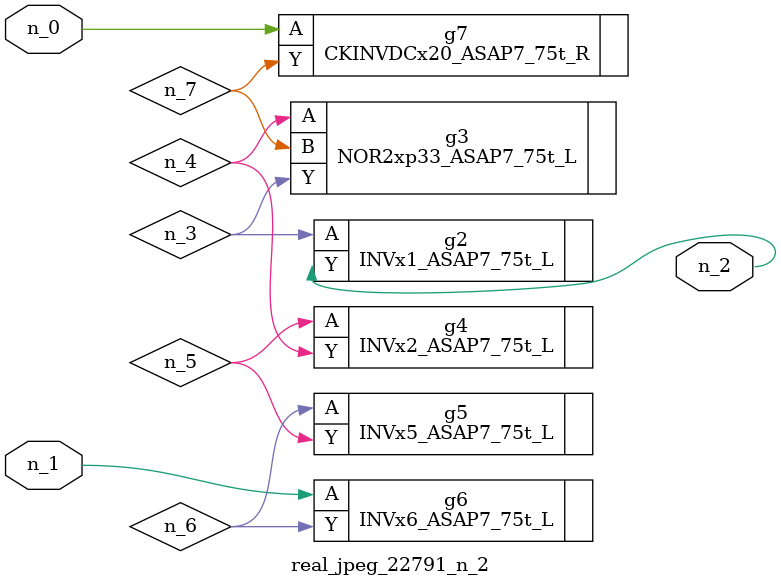
<source format=v>
module real_jpeg_22791_n_2 (n_1, n_0, n_2);

input n_1;
input n_0;

output n_2;

wire n_5;
wire n_4;
wire n_6;
wire n_7;
wire n_3;

CKINVDCx20_ASAP7_75t_R g7 ( 
.A(n_0),
.Y(n_7)
);

INVx6_ASAP7_75t_L g6 ( 
.A(n_1),
.Y(n_6)
);

INVx1_ASAP7_75t_L g2 ( 
.A(n_3),
.Y(n_2)
);

NOR2xp33_ASAP7_75t_L g3 ( 
.A(n_4),
.B(n_7),
.Y(n_3)
);

INVx2_ASAP7_75t_L g4 ( 
.A(n_5),
.Y(n_4)
);

INVx5_ASAP7_75t_L g5 ( 
.A(n_6),
.Y(n_5)
);


endmodule
</source>
